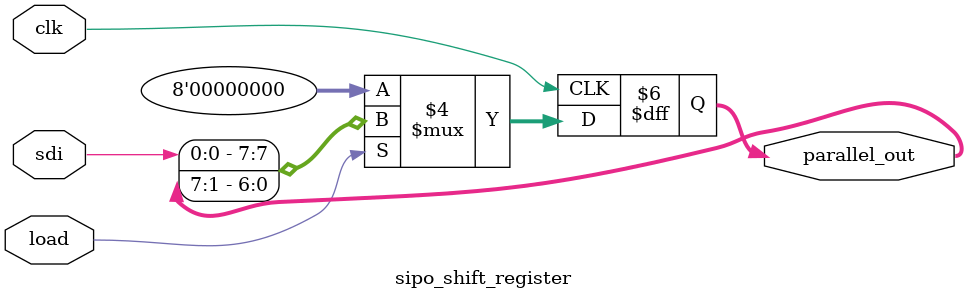
<source format=sv>

module sipo_shift_register (
    input clk,
	input logic load,
	input  logic sdi,
    output reg [7:0] parallel_out // 8-bit output register
);

always @(posedge clk) begin
    if (!load) begin // Asynchronous reset
        parallel_out <= 8'b0; // Reset the register to all zeros
    end else begin
        // Shift right: parallel_out[7] gets serial_in, parallel_out[6] gets parallel_out[7], etc.
        parallel_out <= {sdi, parallel_out[7:1]}; 
    end
end

endmodule


/*module ShiftRegister (
    input clk,
    input reset,
    input data_in,
    output reg [7:0] shift_reg_out
);

always @(posedge clk or posedge reset) begin
    if (reset) begin
        shift_reg_out <= 8'b0; // Reset the register to all zeros
    end else begin
        // Shift existing data to the left and introduce new data_in at the LSB
        shift_reg_out <= {shift_reg_out[6:0], data_in}; 
    end
end

endmodule */

</source>
